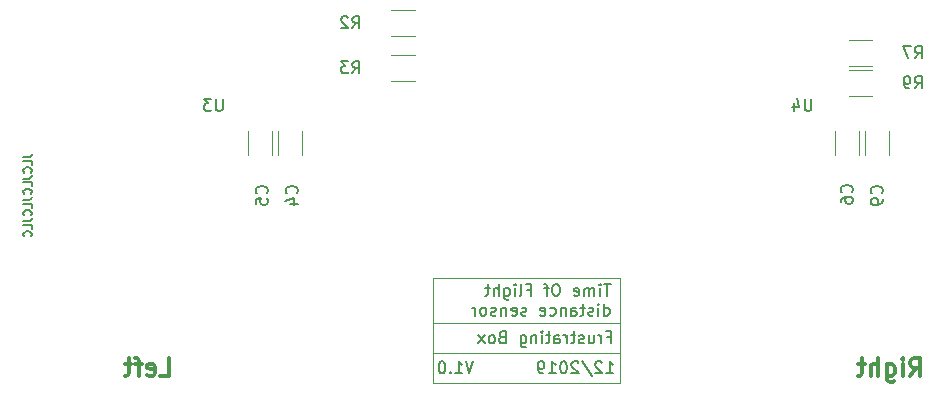
<source format=gbr>
G04 #@! TF.GenerationSoftware,KiCad,Pcbnew,(5.1.5)-2*
G04 #@! TF.CreationDate,2019-12-14T03:39:57+01:00*
G04 #@! TF.ProjectId,tof_sensor,746f665f-7365-46e7-936f-722e6b696361,rev?*
G04 #@! TF.SameCoordinates,Original*
G04 #@! TF.FileFunction,Legend,Bot*
G04 #@! TF.FilePolarity,Positive*
%FSLAX46Y46*%
G04 Gerber Fmt 4.6, Leading zero omitted, Abs format (unit mm)*
G04 Created by KiCad (PCBNEW (5.1.5)-2) date 2019-12-14 03:39:57*
%MOMM*%
%LPD*%
G04 APERTURE LIST*
%ADD10C,0.150000*%
%ADD11C,0.300000*%
%ADD12C,0.120000*%
G04 APERTURE END LIST*
D10*
X112011666Y-86301666D02*
X112511666Y-86301666D01*
X112611666Y-86268333D01*
X112678333Y-86201666D01*
X112711666Y-86101666D01*
X112711666Y-86035000D01*
X112711666Y-86968333D02*
X112711666Y-86635000D01*
X112011666Y-86635000D01*
X112645000Y-87601666D02*
X112678333Y-87568333D01*
X112711666Y-87468333D01*
X112711666Y-87401666D01*
X112678333Y-87301666D01*
X112611666Y-87235000D01*
X112545000Y-87201666D01*
X112411666Y-87168333D01*
X112311666Y-87168333D01*
X112178333Y-87201666D01*
X112111666Y-87235000D01*
X112045000Y-87301666D01*
X112011666Y-87401666D01*
X112011666Y-87468333D01*
X112045000Y-87568333D01*
X112078333Y-87601666D01*
X112011666Y-88101666D02*
X112511666Y-88101666D01*
X112611666Y-88068333D01*
X112678333Y-88001666D01*
X112711666Y-87901666D01*
X112711666Y-87835000D01*
X112711666Y-88768333D02*
X112711666Y-88435000D01*
X112011666Y-88435000D01*
X112645000Y-89401666D02*
X112678333Y-89368333D01*
X112711666Y-89268333D01*
X112711666Y-89201666D01*
X112678333Y-89101666D01*
X112611666Y-89035000D01*
X112545000Y-89001666D01*
X112411666Y-88968333D01*
X112311666Y-88968333D01*
X112178333Y-89001666D01*
X112111666Y-89035000D01*
X112045000Y-89101666D01*
X112011666Y-89201666D01*
X112011666Y-89268333D01*
X112045000Y-89368333D01*
X112078333Y-89401666D01*
X112011666Y-89901666D02*
X112511666Y-89901666D01*
X112611666Y-89868333D01*
X112678333Y-89801666D01*
X112711666Y-89701666D01*
X112711666Y-89635000D01*
X112711666Y-90568333D02*
X112711666Y-90235000D01*
X112011666Y-90235000D01*
X112645000Y-91201666D02*
X112678333Y-91168333D01*
X112711666Y-91068333D01*
X112711666Y-91001666D01*
X112678333Y-90901666D01*
X112611666Y-90835000D01*
X112545000Y-90801666D01*
X112411666Y-90768333D01*
X112311666Y-90768333D01*
X112178333Y-90801666D01*
X112111666Y-90835000D01*
X112045000Y-90901666D01*
X112011666Y-91001666D01*
X112011666Y-91068333D01*
X112045000Y-91168333D01*
X112078333Y-91201666D01*
X112011666Y-91701666D02*
X112511666Y-91701666D01*
X112611666Y-91668333D01*
X112678333Y-91601666D01*
X112711666Y-91501666D01*
X112711666Y-91435000D01*
X112711666Y-92368333D02*
X112711666Y-92035000D01*
X112011666Y-92035000D01*
X112645000Y-93001666D02*
X112678333Y-92968333D01*
X112711666Y-92868333D01*
X112711666Y-92801666D01*
X112678333Y-92701666D01*
X112611666Y-92635000D01*
X112545000Y-92601666D01*
X112411666Y-92568333D01*
X112311666Y-92568333D01*
X112178333Y-92601666D01*
X112111666Y-92635000D01*
X112045000Y-92701666D01*
X112011666Y-92801666D01*
X112011666Y-92868333D01*
X112045000Y-92968333D01*
X112078333Y-93001666D01*
D11*
X123590714Y-104818571D02*
X124305000Y-104818571D01*
X124305000Y-103318571D01*
X122519285Y-104747142D02*
X122662142Y-104818571D01*
X122947857Y-104818571D01*
X123090714Y-104747142D01*
X123162142Y-104604285D01*
X123162142Y-104032857D01*
X123090714Y-103890000D01*
X122947857Y-103818571D01*
X122662142Y-103818571D01*
X122519285Y-103890000D01*
X122447857Y-104032857D01*
X122447857Y-104175714D01*
X123162142Y-104318571D01*
X122019285Y-103818571D02*
X121447857Y-103818571D01*
X121805000Y-104818571D02*
X121805000Y-103532857D01*
X121733571Y-103390000D01*
X121590714Y-103318571D01*
X121447857Y-103318571D01*
X121162142Y-103818571D02*
X120590714Y-103818571D01*
X120947857Y-103318571D02*
X120947857Y-104604285D01*
X120876428Y-104747142D01*
X120733571Y-104818571D01*
X120590714Y-104818571D01*
X187098571Y-104818571D02*
X187598571Y-104104285D01*
X187955714Y-104818571D02*
X187955714Y-103318571D01*
X187384285Y-103318571D01*
X187241428Y-103390000D01*
X187170000Y-103461428D01*
X187098571Y-103604285D01*
X187098571Y-103818571D01*
X187170000Y-103961428D01*
X187241428Y-104032857D01*
X187384285Y-104104285D01*
X187955714Y-104104285D01*
X186455714Y-104818571D02*
X186455714Y-103818571D01*
X186455714Y-103318571D02*
X186527142Y-103390000D01*
X186455714Y-103461428D01*
X186384285Y-103390000D01*
X186455714Y-103318571D01*
X186455714Y-103461428D01*
X185098571Y-103818571D02*
X185098571Y-105032857D01*
X185170000Y-105175714D01*
X185241428Y-105247142D01*
X185384285Y-105318571D01*
X185598571Y-105318571D01*
X185741428Y-105247142D01*
X185098571Y-104747142D02*
X185241428Y-104818571D01*
X185527142Y-104818571D01*
X185670000Y-104747142D01*
X185741428Y-104675714D01*
X185812857Y-104532857D01*
X185812857Y-104104285D01*
X185741428Y-103961428D01*
X185670000Y-103890000D01*
X185527142Y-103818571D01*
X185241428Y-103818571D01*
X185098571Y-103890000D01*
X184384285Y-104818571D02*
X184384285Y-103318571D01*
X183741428Y-104818571D02*
X183741428Y-104032857D01*
X183812857Y-103890000D01*
X183955714Y-103818571D01*
X184170000Y-103818571D01*
X184312857Y-103890000D01*
X184384285Y-103961428D01*
X183241428Y-103818571D02*
X182670000Y-103818571D01*
X183027142Y-103318571D02*
X183027142Y-104604285D01*
X182955714Y-104747142D01*
X182812857Y-104818571D01*
X182670000Y-104818571D01*
D12*
X146685000Y-105410000D02*
X162560000Y-105410000D01*
D10*
X150113809Y-103592380D02*
X149780476Y-104592380D01*
X149447142Y-103592380D01*
X148590000Y-104592380D02*
X149161428Y-104592380D01*
X148875714Y-104592380D02*
X148875714Y-103592380D01*
X148970952Y-103735238D01*
X149066190Y-103830476D01*
X149161428Y-103878095D01*
X148161428Y-104497142D02*
X148113809Y-104544761D01*
X148161428Y-104592380D01*
X148209047Y-104544761D01*
X148161428Y-104497142D01*
X148161428Y-104592380D01*
X147494761Y-103592380D02*
X147399523Y-103592380D01*
X147304285Y-103640000D01*
X147256666Y-103687619D01*
X147209047Y-103782857D01*
X147161428Y-103973333D01*
X147161428Y-104211428D01*
X147209047Y-104401904D01*
X147256666Y-104497142D01*
X147304285Y-104544761D01*
X147399523Y-104592380D01*
X147494761Y-104592380D01*
X147590000Y-104544761D01*
X147637619Y-104497142D01*
X147685238Y-104401904D01*
X147732857Y-104211428D01*
X147732857Y-103973333D01*
X147685238Y-103782857D01*
X147637619Y-103687619D01*
X147590000Y-103640000D01*
X147494761Y-103592380D01*
X161369047Y-104592380D02*
X161940476Y-104592380D01*
X161654761Y-104592380D02*
X161654761Y-103592380D01*
X161750000Y-103735238D01*
X161845238Y-103830476D01*
X161940476Y-103878095D01*
X160988095Y-103687619D02*
X160940476Y-103640000D01*
X160845238Y-103592380D01*
X160607142Y-103592380D01*
X160511904Y-103640000D01*
X160464285Y-103687619D01*
X160416666Y-103782857D01*
X160416666Y-103878095D01*
X160464285Y-104020952D01*
X161035714Y-104592380D01*
X160416666Y-104592380D01*
X159273809Y-103544761D02*
X160130952Y-104830476D01*
X158988095Y-103687619D02*
X158940476Y-103640000D01*
X158845238Y-103592380D01*
X158607142Y-103592380D01*
X158511904Y-103640000D01*
X158464285Y-103687619D01*
X158416666Y-103782857D01*
X158416666Y-103878095D01*
X158464285Y-104020952D01*
X159035714Y-104592380D01*
X158416666Y-104592380D01*
X157797619Y-103592380D02*
X157702380Y-103592380D01*
X157607142Y-103640000D01*
X157559523Y-103687619D01*
X157511904Y-103782857D01*
X157464285Y-103973333D01*
X157464285Y-104211428D01*
X157511904Y-104401904D01*
X157559523Y-104497142D01*
X157607142Y-104544761D01*
X157702380Y-104592380D01*
X157797619Y-104592380D01*
X157892857Y-104544761D01*
X157940476Y-104497142D01*
X157988095Y-104401904D01*
X158035714Y-104211428D01*
X158035714Y-103973333D01*
X157988095Y-103782857D01*
X157940476Y-103687619D01*
X157892857Y-103640000D01*
X157797619Y-103592380D01*
X156511904Y-104592380D02*
X157083333Y-104592380D01*
X156797619Y-104592380D02*
X156797619Y-103592380D01*
X156892857Y-103735238D01*
X156988095Y-103830476D01*
X157083333Y-103878095D01*
X156035714Y-104592380D02*
X155845238Y-104592380D01*
X155750000Y-104544761D01*
X155702380Y-104497142D01*
X155607142Y-104354285D01*
X155559523Y-104163809D01*
X155559523Y-103782857D01*
X155607142Y-103687619D01*
X155654761Y-103640000D01*
X155750000Y-103592380D01*
X155940476Y-103592380D01*
X156035714Y-103640000D01*
X156083333Y-103687619D01*
X156130952Y-103782857D01*
X156130952Y-104020952D01*
X156083333Y-104116190D01*
X156035714Y-104163809D01*
X155940476Y-104211428D01*
X155750000Y-104211428D01*
X155654761Y-104163809D01*
X155607142Y-104116190D01*
X155559523Y-104020952D01*
X161448095Y-101528571D02*
X161781428Y-101528571D01*
X161781428Y-102052380D02*
X161781428Y-101052380D01*
X161305238Y-101052380D01*
X160924285Y-102052380D02*
X160924285Y-101385714D01*
X160924285Y-101576190D02*
X160876666Y-101480952D01*
X160829047Y-101433333D01*
X160733809Y-101385714D01*
X160638571Y-101385714D01*
X159876666Y-101385714D02*
X159876666Y-102052380D01*
X160305238Y-101385714D02*
X160305238Y-101909523D01*
X160257619Y-102004761D01*
X160162380Y-102052380D01*
X160019523Y-102052380D01*
X159924285Y-102004761D01*
X159876666Y-101957142D01*
X159448095Y-102004761D02*
X159352857Y-102052380D01*
X159162380Y-102052380D01*
X159067142Y-102004761D01*
X159019523Y-101909523D01*
X159019523Y-101861904D01*
X159067142Y-101766666D01*
X159162380Y-101719047D01*
X159305238Y-101719047D01*
X159400476Y-101671428D01*
X159448095Y-101576190D01*
X159448095Y-101528571D01*
X159400476Y-101433333D01*
X159305238Y-101385714D01*
X159162380Y-101385714D01*
X159067142Y-101433333D01*
X158733809Y-101385714D02*
X158352857Y-101385714D01*
X158590952Y-101052380D02*
X158590952Y-101909523D01*
X158543333Y-102004761D01*
X158448095Y-102052380D01*
X158352857Y-102052380D01*
X158019523Y-102052380D02*
X158019523Y-101385714D01*
X158019523Y-101576190D02*
X157971904Y-101480952D01*
X157924285Y-101433333D01*
X157829047Y-101385714D01*
X157733809Y-101385714D01*
X156971904Y-102052380D02*
X156971904Y-101528571D01*
X157019523Y-101433333D01*
X157114761Y-101385714D01*
X157305238Y-101385714D01*
X157400476Y-101433333D01*
X156971904Y-102004761D02*
X157067142Y-102052380D01*
X157305238Y-102052380D01*
X157400476Y-102004761D01*
X157448095Y-101909523D01*
X157448095Y-101814285D01*
X157400476Y-101719047D01*
X157305238Y-101671428D01*
X157067142Y-101671428D01*
X156971904Y-101623809D01*
X156638571Y-101385714D02*
X156257619Y-101385714D01*
X156495714Y-101052380D02*
X156495714Y-101909523D01*
X156448095Y-102004761D01*
X156352857Y-102052380D01*
X156257619Y-102052380D01*
X155924285Y-102052380D02*
X155924285Y-101385714D01*
X155924285Y-101052380D02*
X155971904Y-101100000D01*
X155924285Y-101147619D01*
X155876666Y-101100000D01*
X155924285Y-101052380D01*
X155924285Y-101147619D01*
X155448095Y-101385714D02*
X155448095Y-102052380D01*
X155448095Y-101480952D02*
X155400476Y-101433333D01*
X155305238Y-101385714D01*
X155162380Y-101385714D01*
X155067142Y-101433333D01*
X155019523Y-101528571D01*
X155019523Y-102052380D01*
X154114761Y-101385714D02*
X154114761Y-102195238D01*
X154162380Y-102290476D01*
X154210000Y-102338095D01*
X154305238Y-102385714D01*
X154448095Y-102385714D01*
X154543333Y-102338095D01*
X154114761Y-102004761D02*
X154210000Y-102052380D01*
X154400476Y-102052380D01*
X154495714Y-102004761D01*
X154543333Y-101957142D01*
X154590952Y-101861904D01*
X154590952Y-101576190D01*
X154543333Y-101480952D01*
X154495714Y-101433333D01*
X154400476Y-101385714D01*
X154210000Y-101385714D01*
X154114761Y-101433333D01*
X152543333Y-101528571D02*
X152400476Y-101576190D01*
X152352857Y-101623809D01*
X152305238Y-101719047D01*
X152305238Y-101861904D01*
X152352857Y-101957142D01*
X152400476Y-102004761D01*
X152495714Y-102052380D01*
X152876666Y-102052380D01*
X152876666Y-101052380D01*
X152543333Y-101052380D01*
X152448095Y-101100000D01*
X152400476Y-101147619D01*
X152352857Y-101242857D01*
X152352857Y-101338095D01*
X152400476Y-101433333D01*
X152448095Y-101480952D01*
X152543333Y-101528571D01*
X152876666Y-101528571D01*
X151733809Y-102052380D02*
X151829047Y-102004761D01*
X151876666Y-101957142D01*
X151924285Y-101861904D01*
X151924285Y-101576190D01*
X151876666Y-101480952D01*
X151829047Y-101433333D01*
X151733809Y-101385714D01*
X151590952Y-101385714D01*
X151495714Y-101433333D01*
X151448095Y-101480952D01*
X151400476Y-101576190D01*
X151400476Y-101861904D01*
X151448095Y-101957142D01*
X151495714Y-102004761D01*
X151590952Y-102052380D01*
X151733809Y-102052380D01*
X151067142Y-102052380D02*
X150543333Y-101385714D01*
X151067142Y-101385714D02*
X150543333Y-102052380D01*
D12*
X146685000Y-96520000D02*
X162560000Y-96520000D01*
D10*
X161732261Y-97052380D02*
X161160833Y-97052380D01*
X161446547Y-98052380D02*
X161446547Y-97052380D01*
X160827500Y-98052380D02*
X160827500Y-97385714D01*
X160827500Y-97052380D02*
X160875119Y-97100000D01*
X160827500Y-97147619D01*
X160779880Y-97100000D01*
X160827500Y-97052380D01*
X160827500Y-97147619D01*
X160351309Y-98052380D02*
X160351309Y-97385714D01*
X160351309Y-97480952D02*
X160303690Y-97433333D01*
X160208452Y-97385714D01*
X160065595Y-97385714D01*
X159970357Y-97433333D01*
X159922738Y-97528571D01*
X159922738Y-98052380D01*
X159922738Y-97528571D02*
X159875119Y-97433333D01*
X159779880Y-97385714D01*
X159637023Y-97385714D01*
X159541785Y-97433333D01*
X159494166Y-97528571D01*
X159494166Y-98052380D01*
X158637023Y-98004761D02*
X158732261Y-98052380D01*
X158922738Y-98052380D01*
X159017976Y-98004761D01*
X159065595Y-97909523D01*
X159065595Y-97528571D01*
X159017976Y-97433333D01*
X158922738Y-97385714D01*
X158732261Y-97385714D01*
X158637023Y-97433333D01*
X158589404Y-97528571D01*
X158589404Y-97623809D01*
X159065595Y-97719047D01*
X157208452Y-97052380D02*
X157017976Y-97052380D01*
X156922738Y-97100000D01*
X156827500Y-97195238D01*
X156779880Y-97385714D01*
X156779880Y-97719047D01*
X156827500Y-97909523D01*
X156922738Y-98004761D01*
X157017976Y-98052380D01*
X157208452Y-98052380D01*
X157303690Y-98004761D01*
X157398928Y-97909523D01*
X157446547Y-97719047D01*
X157446547Y-97385714D01*
X157398928Y-97195238D01*
X157303690Y-97100000D01*
X157208452Y-97052380D01*
X156494166Y-97385714D02*
X156113214Y-97385714D01*
X156351309Y-98052380D02*
X156351309Y-97195238D01*
X156303690Y-97100000D01*
X156208452Y-97052380D01*
X156113214Y-97052380D01*
X154684642Y-97528571D02*
X155017976Y-97528571D01*
X155017976Y-98052380D02*
X155017976Y-97052380D01*
X154541785Y-97052380D01*
X154017976Y-98052380D02*
X154113214Y-98004761D01*
X154160833Y-97909523D01*
X154160833Y-97052380D01*
X153637023Y-98052380D02*
X153637023Y-97385714D01*
X153637023Y-97052380D02*
X153684642Y-97100000D01*
X153637023Y-97147619D01*
X153589404Y-97100000D01*
X153637023Y-97052380D01*
X153637023Y-97147619D01*
X152732261Y-97385714D02*
X152732261Y-98195238D01*
X152779880Y-98290476D01*
X152827500Y-98338095D01*
X152922738Y-98385714D01*
X153065595Y-98385714D01*
X153160833Y-98338095D01*
X152732261Y-98004761D02*
X152827500Y-98052380D01*
X153017976Y-98052380D01*
X153113214Y-98004761D01*
X153160833Y-97957142D01*
X153208452Y-97861904D01*
X153208452Y-97576190D01*
X153160833Y-97480952D01*
X153113214Y-97433333D01*
X153017976Y-97385714D01*
X152827500Y-97385714D01*
X152732261Y-97433333D01*
X152256071Y-98052380D02*
X152256071Y-97052380D01*
X151827500Y-98052380D02*
X151827500Y-97528571D01*
X151875119Y-97433333D01*
X151970357Y-97385714D01*
X152113214Y-97385714D01*
X152208452Y-97433333D01*
X152256071Y-97480952D01*
X151494166Y-97385714D02*
X151113214Y-97385714D01*
X151351309Y-97052380D02*
X151351309Y-97909523D01*
X151303690Y-98004761D01*
X151208452Y-98052380D01*
X151113214Y-98052380D01*
X161160833Y-99702380D02*
X161160833Y-98702380D01*
X161160833Y-99654761D02*
X161256071Y-99702380D01*
X161446547Y-99702380D01*
X161541785Y-99654761D01*
X161589404Y-99607142D01*
X161637023Y-99511904D01*
X161637023Y-99226190D01*
X161589404Y-99130952D01*
X161541785Y-99083333D01*
X161446547Y-99035714D01*
X161256071Y-99035714D01*
X161160833Y-99083333D01*
X160684642Y-99702380D02*
X160684642Y-99035714D01*
X160684642Y-98702380D02*
X160732261Y-98750000D01*
X160684642Y-98797619D01*
X160637023Y-98750000D01*
X160684642Y-98702380D01*
X160684642Y-98797619D01*
X160256071Y-99654761D02*
X160160833Y-99702380D01*
X159970357Y-99702380D01*
X159875119Y-99654761D01*
X159827500Y-99559523D01*
X159827500Y-99511904D01*
X159875119Y-99416666D01*
X159970357Y-99369047D01*
X160113214Y-99369047D01*
X160208452Y-99321428D01*
X160256071Y-99226190D01*
X160256071Y-99178571D01*
X160208452Y-99083333D01*
X160113214Y-99035714D01*
X159970357Y-99035714D01*
X159875119Y-99083333D01*
X159541785Y-99035714D02*
X159160833Y-99035714D01*
X159398928Y-98702380D02*
X159398928Y-99559523D01*
X159351309Y-99654761D01*
X159256071Y-99702380D01*
X159160833Y-99702380D01*
X158398928Y-99702380D02*
X158398928Y-99178571D01*
X158446547Y-99083333D01*
X158541785Y-99035714D01*
X158732261Y-99035714D01*
X158827500Y-99083333D01*
X158398928Y-99654761D02*
X158494166Y-99702380D01*
X158732261Y-99702380D01*
X158827500Y-99654761D01*
X158875119Y-99559523D01*
X158875119Y-99464285D01*
X158827500Y-99369047D01*
X158732261Y-99321428D01*
X158494166Y-99321428D01*
X158398928Y-99273809D01*
X157922738Y-99035714D02*
X157922738Y-99702380D01*
X157922738Y-99130952D02*
X157875119Y-99083333D01*
X157779880Y-99035714D01*
X157637023Y-99035714D01*
X157541785Y-99083333D01*
X157494166Y-99178571D01*
X157494166Y-99702380D01*
X156589404Y-99654761D02*
X156684642Y-99702380D01*
X156875119Y-99702380D01*
X156970357Y-99654761D01*
X157017976Y-99607142D01*
X157065595Y-99511904D01*
X157065595Y-99226190D01*
X157017976Y-99130952D01*
X156970357Y-99083333D01*
X156875119Y-99035714D01*
X156684642Y-99035714D01*
X156589404Y-99083333D01*
X155779880Y-99654761D02*
X155875119Y-99702380D01*
X156065595Y-99702380D01*
X156160833Y-99654761D01*
X156208452Y-99559523D01*
X156208452Y-99178571D01*
X156160833Y-99083333D01*
X156065595Y-99035714D01*
X155875119Y-99035714D01*
X155779880Y-99083333D01*
X155732261Y-99178571D01*
X155732261Y-99273809D01*
X156208452Y-99369047D01*
X154589404Y-99654761D02*
X154494166Y-99702380D01*
X154303690Y-99702380D01*
X154208452Y-99654761D01*
X154160833Y-99559523D01*
X154160833Y-99511904D01*
X154208452Y-99416666D01*
X154303690Y-99369047D01*
X154446547Y-99369047D01*
X154541785Y-99321428D01*
X154589404Y-99226190D01*
X154589404Y-99178571D01*
X154541785Y-99083333D01*
X154446547Y-99035714D01*
X154303690Y-99035714D01*
X154208452Y-99083333D01*
X153351309Y-99654761D02*
X153446547Y-99702380D01*
X153637023Y-99702380D01*
X153732261Y-99654761D01*
X153779880Y-99559523D01*
X153779880Y-99178571D01*
X153732261Y-99083333D01*
X153637023Y-99035714D01*
X153446547Y-99035714D01*
X153351309Y-99083333D01*
X153303690Y-99178571D01*
X153303690Y-99273809D01*
X153779880Y-99369047D01*
X152875119Y-99035714D02*
X152875119Y-99702380D01*
X152875119Y-99130952D02*
X152827500Y-99083333D01*
X152732261Y-99035714D01*
X152589404Y-99035714D01*
X152494166Y-99083333D01*
X152446547Y-99178571D01*
X152446547Y-99702380D01*
X152017976Y-99654761D02*
X151922738Y-99702380D01*
X151732261Y-99702380D01*
X151637023Y-99654761D01*
X151589404Y-99559523D01*
X151589404Y-99511904D01*
X151637023Y-99416666D01*
X151732261Y-99369047D01*
X151875119Y-99369047D01*
X151970357Y-99321428D01*
X152017976Y-99226190D01*
X152017976Y-99178571D01*
X151970357Y-99083333D01*
X151875119Y-99035714D01*
X151732261Y-99035714D01*
X151637023Y-99083333D01*
X151017976Y-99702380D02*
X151113214Y-99654761D01*
X151160833Y-99607142D01*
X151208452Y-99511904D01*
X151208452Y-99226190D01*
X151160833Y-99130952D01*
X151113214Y-99083333D01*
X151017976Y-99035714D01*
X150875119Y-99035714D01*
X150779880Y-99083333D01*
X150732261Y-99130952D01*
X150684642Y-99226190D01*
X150684642Y-99511904D01*
X150732261Y-99607142D01*
X150779880Y-99654761D01*
X150875119Y-99702380D01*
X151017976Y-99702380D01*
X150256071Y-99702380D02*
X150256071Y-99035714D01*
X150256071Y-99226190D02*
X150208452Y-99130952D01*
X150160833Y-99083333D01*
X150065595Y-99035714D01*
X149970357Y-99035714D01*
D12*
X146685000Y-96520000D02*
X146685000Y-105410000D01*
X162560000Y-102870000D02*
X146685000Y-102870000D01*
X162560000Y-105410000D02*
X162560000Y-96520000D01*
X146685000Y-100330000D02*
X162560000Y-100330000D01*
X143145000Y-76000000D02*
X145145000Y-76000000D01*
X145145000Y-73860000D02*
X143145000Y-73860000D01*
X181880000Y-81080000D02*
X183880000Y-81080000D01*
X183880000Y-78940000D02*
X181880000Y-78940000D01*
X181880000Y-78540000D02*
X183880000Y-78540000D01*
X183880000Y-76400000D02*
X181880000Y-76400000D01*
X143145000Y-79810000D02*
X145145000Y-79810000D01*
X145145000Y-77670000D02*
X143145000Y-77670000D01*
X185330000Y-84090000D02*
X185330000Y-86090000D01*
X183290000Y-86090000D02*
X183290000Y-84090000D01*
X182790000Y-84090000D02*
X182790000Y-86090000D01*
X180750000Y-86090000D02*
X180750000Y-84090000D01*
X133100000Y-84090000D02*
X133100000Y-86090000D01*
X131060000Y-86090000D02*
X131060000Y-84090000D01*
X135640000Y-84090000D02*
X135640000Y-86090000D01*
X133600000Y-86090000D02*
X133600000Y-84090000D01*
D10*
X128871904Y-81367380D02*
X128871904Y-82176904D01*
X128824285Y-82272142D01*
X128776666Y-82319761D01*
X128681428Y-82367380D01*
X128490952Y-82367380D01*
X128395714Y-82319761D01*
X128348095Y-82272142D01*
X128300476Y-82176904D01*
X128300476Y-81367380D01*
X127919523Y-81367380D02*
X127300476Y-81367380D01*
X127633809Y-81748333D01*
X127490952Y-81748333D01*
X127395714Y-81795952D01*
X127348095Y-81843571D01*
X127300476Y-81938809D01*
X127300476Y-82176904D01*
X127348095Y-82272142D01*
X127395714Y-82319761D01*
X127490952Y-82367380D01*
X127776666Y-82367380D01*
X127871904Y-82319761D01*
X127919523Y-82272142D01*
X178721904Y-81367380D02*
X178721904Y-82176904D01*
X178674285Y-82272142D01*
X178626666Y-82319761D01*
X178531428Y-82367380D01*
X178340952Y-82367380D01*
X178245714Y-82319761D01*
X178198095Y-82272142D01*
X178150476Y-82176904D01*
X178150476Y-81367380D01*
X177245714Y-81700714D02*
X177245714Y-82367380D01*
X177483809Y-81319761D02*
X177721904Y-82034047D01*
X177102857Y-82034047D01*
X139866666Y-75382380D02*
X140200000Y-74906190D01*
X140438095Y-75382380D02*
X140438095Y-74382380D01*
X140057142Y-74382380D01*
X139961904Y-74430000D01*
X139914285Y-74477619D01*
X139866666Y-74572857D01*
X139866666Y-74715714D01*
X139914285Y-74810952D01*
X139961904Y-74858571D01*
X140057142Y-74906190D01*
X140438095Y-74906190D01*
X139485714Y-74477619D02*
X139438095Y-74430000D01*
X139342857Y-74382380D01*
X139104761Y-74382380D01*
X139009523Y-74430000D01*
X138961904Y-74477619D01*
X138914285Y-74572857D01*
X138914285Y-74668095D01*
X138961904Y-74810952D01*
X139533333Y-75382380D01*
X138914285Y-75382380D01*
X187491666Y-80462380D02*
X187825000Y-79986190D01*
X188063095Y-80462380D02*
X188063095Y-79462380D01*
X187682142Y-79462380D01*
X187586904Y-79510000D01*
X187539285Y-79557619D01*
X187491666Y-79652857D01*
X187491666Y-79795714D01*
X187539285Y-79890952D01*
X187586904Y-79938571D01*
X187682142Y-79986190D01*
X188063095Y-79986190D01*
X187015476Y-80462380D02*
X186825000Y-80462380D01*
X186729761Y-80414761D01*
X186682142Y-80367142D01*
X186586904Y-80224285D01*
X186539285Y-80033809D01*
X186539285Y-79652857D01*
X186586904Y-79557619D01*
X186634523Y-79510000D01*
X186729761Y-79462380D01*
X186920238Y-79462380D01*
X187015476Y-79510000D01*
X187063095Y-79557619D01*
X187110714Y-79652857D01*
X187110714Y-79890952D01*
X187063095Y-79986190D01*
X187015476Y-80033809D01*
X186920238Y-80081428D01*
X186729761Y-80081428D01*
X186634523Y-80033809D01*
X186586904Y-79986190D01*
X186539285Y-79890952D01*
X187491666Y-77922380D02*
X187825000Y-77446190D01*
X188063095Y-77922380D02*
X188063095Y-76922380D01*
X187682142Y-76922380D01*
X187586904Y-76970000D01*
X187539285Y-77017619D01*
X187491666Y-77112857D01*
X187491666Y-77255714D01*
X187539285Y-77350952D01*
X187586904Y-77398571D01*
X187682142Y-77446190D01*
X188063095Y-77446190D01*
X187158333Y-76922380D02*
X186491666Y-76922380D01*
X186920238Y-77922380D01*
X139866666Y-79192380D02*
X140200000Y-78716190D01*
X140438095Y-79192380D02*
X140438095Y-78192380D01*
X140057142Y-78192380D01*
X139961904Y-78240000D01*
X139914285Y-78287619D01*
X139866666Y-78382857D01*
X139866666Y-78525714D01*
X139914285Y-78620952D01*
X139961904Y-78668571D01*
X140057142Y-78716190D01*
X140438095Y-78716190D01*
X139533333Y-78192380D02*
X138914285Y-78192380D01*
X139247619Y-78573333D01*
X139104761Y-78573333D01*
X139009523Y-78620952D01*
X138961904Y-78668571D01*
X138914285Y-78763809D01*
X138914285Y-79001904D01*
X138961904Y-79097142D01*
X139009523Y-79144761D01*
X139104761Y-79192380D01*
X139390476Y-79192380D01*
X139485714Y-79144761D01*
X139533333Y-79097142D01*
X184667142Y-89368333D02*
X184714761Y-89320714D01*
X184762380Y-89177857D01*
X184762380Y-89082619D01*
X184714761Y-88939761D01*
X184619523Y-88844523D01*
X184524285Y-88796904D01*
X184333809Y-88749285D01*
X184190952Y-88749285D01*
X184000476Y-88796904D01*
X183905238Y-88844523D01*
X183810000Y-88939761D01*
X183762380Y-89082619D01*
X183762380Y-89177857D01*
X183810000Y-89320714D01*
X183857619Y-89368333D01*
X184762380Y-89844523D02*
X184762380Y-90035000D01*
X184714761Y-90130238D01*
X184667142Y-90177857D01*
X184524285Y-90273095D01*
X184333809Y-90320714D01*
X183952857Y-90320714D01*
X183857619Y-90273095D01*
X183810000Y-90225476D01*
X183762380Y-90130238D01*
X183762380Y-89939761D01*
X183810000Y-89844523D01*
X183857619Y-89796904D01*
X183952857Y-89749285D01*
X184190952Y-89749285D01*
X184286190Y-89796904D01*
X184333809Y-89844523D01*
X184381428Y-89939761D01*
X184381428Y-90130238D01*
X184333809Y-90225476D01*
X184286190Y-90273095D01*
X184190952Y-90320714D01*
X182127142Y-89273333D02*
X182174761Y-89225714D01*
X182222380Y-89082857D01*
X182222380Y-88987619D01*
X182174761Y-88844761D01*
X182079523Y-88749523D01*
X181984285Y-88701904D01*
X181793809Y-88654285D01*
X181650952Y-88654285D01*
X181460476Y-88701904D01*
X181365238Y-88749523D01*
X181270000Y-88844761D01*
X181222380Y-88987619D01*
X181222380Y-89082857D01*
X181270000Y-89225714D01*
X181317619Y-89273333D01*
X181222380Y-90130476D02*
X181222380Y-89940000D01*
X181270000Y-89844761D01*
X181317619Y-89797142D01*
X181460476Y-89701904D01*
X181650952Y-89654285D01*
X182031904Y-89654285D01*
X182127142Y-89701904D01*
X182174761Y-89749523D01*
X182222380Y-89844761D01*
X182222380Y-90035238D01*
X182174761Y-90130476D01*
X182127142Y-90178095D01*
X182031904Y-90225714D01*
X181793809Y-90225714D01*
X181698571Y-90178095D01*
X181650952Y-90130476D01*
X181603333Y-90035238D01*
X181603333Y-89844761D01*
X181650952Y-89749523D01*
X181698571Y-89701904D01*
X181793809Y-89654285D01*
X132597142Y-89368333D02*
X132644761Y-89320714D01*
X132692380Y-89177857D01*
X132692380Y-89082619D01*
X132644761Y-88939761D01*
X132549523Y-88844523D01*
X132454285Y-88796904D01*
X132263809Y-88749285D01*
X132120952Y-88749285D01*
X131930476Y-88796904D01*
X131835238Y-88844523D01*
X131740000Y-88939761D01*
X131692380Y-89082619D01*
X131692380Y-89177857D01*
X131740000Y-89320714D01*
X131787619Y-89368333D01*
X131692380Y-90273095D02*
X131692380Y-89796904D01*
X132168571Y-89749285D01*
X132120952Y-89796904D01*
X132073333Y-89892142D01*
X132073333Y-90130238D01*
X132120952Y-90225476D01*
X132168571Y-90273095D01*
X132263809Y-90320714D01*
X132501904Y-90320714D01*
X132597142Y-90273095D01*
X132644761Y-90225476D01*
X132692380Y-90130238D01*
X132692380Y-89892142D01*
X132644761Y-89796904D01*
X132597142Y-89749285D01*
X135137142Y-89368333D02*
X135184761Y-89320714D01*
X135232380Y-89177857D01*
X135232380Y-89082619D01*
X135184761Y-88939761D01*
X135089523Y-88844523D01*
X134994285Y-88796904D01*
X134803809Y-88749285D01*
X134660952Y-88749285D01*
X134470476Y-88796904D01*
X134375238Y-88844523D01*
X134280000Y-88939761D01*
X134232380Y-89082619D01*
X134232380Y-89177857D01*
X134280000Y-89320714D01*
X134327619Y-89368333D01*
X134565714Y-90225476D02*
X135232380Y-90225476D01*
X134184761Y-89987380D02*
X134899047Y-89749285D01*
X134899047Y-90368333D01*
M02*

</source>
